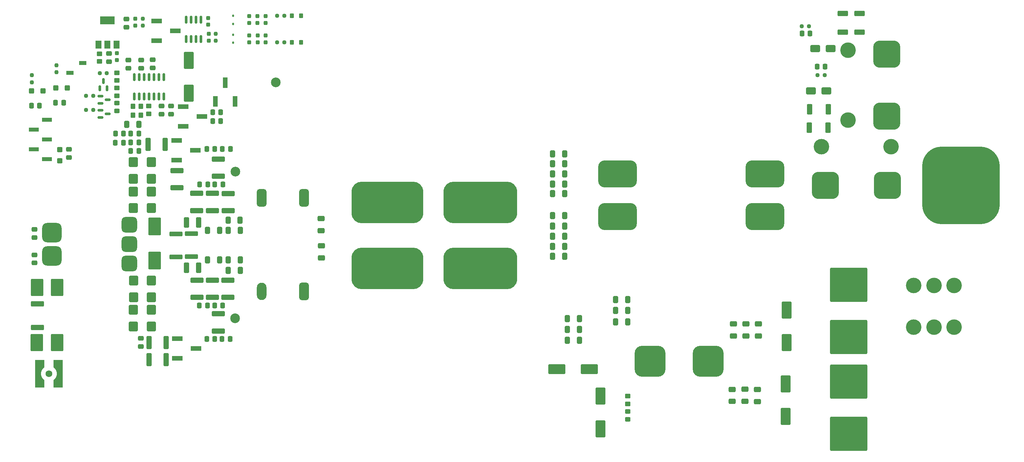
<source format=gbr>
%TF.GenerationSoftware,KiCad,Pcbnew,7.0.10*%
%TF.CreationDate,2024-05-11T12:39:29+02:00*%
%TF.ProjectId,Forte_PA_Deck,466f7274-655f-4504-915f-4465636b2e6b,1.0*%
%TF.SameCoordinates,Original*%
%TF.FileFunction,Paste,Top*%
%TF.FilePolarity,Positive*%
%FSLAX46Y46*%
G04 Gerber Fmt 4.6, Leading zero omitted, Abs format (unit mm)*
G04 Created by KiCad (PCBNEW 7.0.10) date 2024-05-11 12:39:29*
%MOMM*%
%LPD*%
G01*
G04 APERTURE LIST*
G04 Aperture macros list*
%AMRoundRect*
0 Rectangle with rounded corners*
0 $1 Rounding radius*
0 $2 $3 $4 $5 $6 $7 $8 $9 X,Y pos of 4 corners*
0 Add a 4 corners polygon primitive as box body*
4,1,4,$2,$3,$4,$5,$6,$7,$8,$9,$2,$3,0*
0 Add four circle primitives for the rounded corners*
1,1,$1+$1,$2,$3*
1,1,$1+$1,$4,$5*
1,1,$1+$1,$6,$7*
1,1,$1+$1,$8,$9*
0 Add four rect primitives between the rounded corners*
20,1,$1+$1,$2,$3,$4,$5,0*
20,1,$1+$1,$4,$5,$6,$7,0*
20,1,$1+$1,$6,$7,$8,$9,0*
20,1,$1+$1,$8,$9,$2,$3,0*%
%AMFreePoly0*
4,1,25,-1.500000,1.420000,-1.360000,1.280000,-1.205000,1.155000,-1.035000,1.045000,-0.860000,0.950000,-0.675000,0.875000,-0.480000,0.820000,-0.280000,0.780000,-0.085000,0.765000,0.085000,0.765000,0.280000,0.780000,0.480000,0.820000,0.675000,0.875000,0.860000,0.950000,1.035000,1.045000,1.205000,1.155000,1.360000,1.280000,1.500000,1.420000,1.645000,1.595000,3.555000,1.595000,
3.555000,-0.755000,-3.555000,-0.755000,-3.555000,1.595000,-1.645000,1.595000,-1.500000,1.420000,-1.500000,1.420000,$1*%
G04 Aperture macros list end*
%ADD10RoundRect,0.250000X0.900000X-1.000000X0.900000X1.000000X-0.900000X1.000000X-0.900000X-1.000000X0*%
%ADD11RoundRect,0.250000X-0.337500X-0.475000X0.337500X-0.475000X0.337500X0.475000X-0.337500X0.475000X0*%
%ADD12RoundRect,0.112500X-0.112500X0.187500X-0.112500X-0.187500X0.112500X-0.187500X0.112500X0.187500X0*%
%ADD13RoundRect,0.250000X0.337500X0.475000X-0.337500X0.475000X-0.337500X-0.475000X0.337500X-0.475000X0*%
%ADD14RoundRect,0.250000X-0.650000X0.412500X-0.650000X-0.412500X0.650000X-0.412500X0.650000X0.412500X0*%
%ADD15C,4.000000*%
%ADD16R,2.510000X1.000000*%
%ADD17R,2.790000X1.190000*%
%ADD18RoundRect,0.237500X-0.237500X0.300000X-0.237500X-0.300000X0.237500X-0.300000X0.237500X0.300000X0*%
%ADD19RoundRect,1.750000X-1.750000X-1.750000X1.750000X-1.750000X1.750000X1.750000X-1.750000X1.750000X0*%
%ADD20RoundRect,0.250000X-0.450000X0.350000X-0.450000X-0.350000X0.450000X-0.350000X0.450000X0.350000X0*%
%ADD21RoundRect,0.249999X0.450001X1.075001X-0.450001X1.075001X-0.450001X-1.075001X0.450001X-1.075001X0*%
%ADD22RoundRect,0.249999X1.425001X-0.450001X1.425001X0.450001X-1.425001X0.450001X-1.425001X-0.450001X0*%
%ADD23RoundRect,0.250000X1.950000X1.000000X-1.950000X1.000000X-1.950000X-1.000000X1.950000X-1.000000X0*%
%ADD24RoundRect,0.237500X-0.250000X-0.237500X0.250000X-0.237500X0.250000X0.237500X-0.250000X0.237500X0*%
%ADD25RoundRect,0.250000X-1.000000X1.950000X-1.000000X-1.950000X1.000000X-1.950000X1.000000X1.950000X0*%
%ADD26RoundRect,0.250000X-0.475000X0.337500X-0.475000X-0.337500X0.475000X-0.337500X0.475000X0.337500X0*%
%ADD27RoundRect,0.250000X0.400000X0.450000X-0.400000X0.450000X-0.400000X-0.450000X0.400000X-0.450000X0*%
%ADD28RoundRect,0.250000X-0.412500X-0.650000X0.412500X-0.650000X0.412500X0.650000X-0.412500X0.650000X0*%
%ADD29RoundRect,0.250000X-1.450000X0.400000X-1.450000X-0.400000X1.450000X-0.400000X1.450000X0.400000X0*%
%ADD30RoundRect,0.150000X0.150000X-0.825000X0.150000X0.825000X-0.150000X0.825000X-0.150000X-0.825000X0*%
%ADD31R,1.190000X2.790000*%
%ADD32RoundRect,0.237500X0.237500X-0.250000X0.237500X0.250000X-0.237500X0.250000X-0.237500X-0.250000X0*%
%ADD33RoundRect,0.250000X-1.000000X-0.650000X1.000000X-0.650000X1.000000X0.650000X-1.000000X0.650000X0*%
%ADD34C,2.500000*%
%ADD35RoundRect,0.250000X-1.350000X-1.975000X1.350000X-1.975000X1.350000X1.975000X-1.350000X1.975000X0*%
%ADD36RoundRect,0.250000X1.450000X-0.400000X1.450000X0.400000X-1.450000X0.400000X-1.450000X-0.400000X0*%
%ADD37R,1.500000X2.000000*%
%ADD38R,3.800000X2.000000*%
%ADD39RoundRect,0.250000X1.400000X2.000000X-1.400000X2.000000X-1.400000X-2.000000X1.400000X-2.000000X0*%
%ADD40RoundRect,0.625000X0.625000X1.625000X-0.625000X1.625000X-0.625000X-1.625000X0.625000X-1.625000X0*%
%ADD41O,2.500000X4.500000*%
%ADD42RoundRect,0.250000X-0.400000X-1.450000X0.400000X-1.450000X0.400000X1.450000X-0.400000X1.450000X0*%
%ADD43RoundRect,0.237500X0.237500X-0.300000X0.237500X0.300000X-0.237500X0.300000X-0.237500X-0.300000X0*%
%ADD44RoundRect,0.250000X0.650000X-0.412500X0.650000X0.412500X-0.650000X0.412500X-0.650000X-0.412500X0*%
%ADD45RoundRect,2.687500X-6.562500X2.687500X-6.562500X-2.687500X6.562500X-2.687500X6.562500X2.687500X0*%
%ADD46RoundRect,2.687500X-6.812500X2.687500X-6.812500X-2.687500X6.812500X-2.687500X6.812500X2.687500X0*%
%ADD47RoundRect,2.687500X6.562500X-2.687500X6.562500X2.687500X-6.562500X2.687500X-6.562500X-2.687500X0*%
%ADD48RoundRect,2.687500X6.812500X-2.687500X6.812500X2.687500X-6.812500X2.687500X-6.812500X-2.687500X0*%
%ADD49RoundRect,0.250000X0.412500X0.650000X-0.412500X0.650000X-0.412500X-0.650000X0.412500X-0.650000X0*%
%ADD50RoundRect,1.250000X-1.250000X-1.250000X1.250000X-1.250000X1.250000X1.250000X-1.250000X1.250000X0*%
%ADD51RoundRect,1.000000X-1.000000X-1.000000X1.000000X-1.000000X1.000000X1.000000X-1.000000X1.000000X0*%
%ADD52RoundRect,0.250000X-0.900000X1.000000X-0.900000X-1.000000X0.900000X-1.000000X0.900000X1.000000X0*%
%ADD53C,1.730000*%
%ADD54FreePoly0,270.000000*%
%ADD55FreePoly0,90.000000*%
%ADD56RoundRect,0.237500X0.250000X0.237500X-0.250000X0.237500X-0.250000X-0.237500X0.250000X-0.237500X0*%
%ADD57RoundRect,0.250000X1.000000X0.650000X-1.000000X0.650000X-1.000000X-0.650000X1.000000X-0.650000X0*%
%ADD58RoundRect,0.249999X-1.075001X0.450001X-1.075001X-0.450001X1.075001X-0.450001X1.075001X0.450001X0*%
%ADD59RoundRect,0.249999X4.550001X-4.150001X4.550001X4.150001X-4.550001X4.150001X-4.550001X-4.150001X0*%
%ADD60RoundRect,0.250000X0.475000X-0.337500X0.475000X0.337500X-0.475000X0.337500X-0.475000X-0.337500X0*%
%ADD61RoundRect,1.750000X-1.750000X1.750000X-1.750000X-1.750000X1.750000X-1.750000X1.750000X1.750000X0*%
%ADD62RoundRect,0.250000X0.275000X0.350000X-0.275000X0.350000X-0.275000X-0.350000X0.275000X-0.350000X0*%
%ADD63RoundRect,0.150000X0.150000X-0.587500X0.150000X0.587500X-0.150000X0.587500X-0.150000X-0.587500X0*%
%ADD64RoundRect,0.250000X-0.350000X-0.450000X0.350000X-0.450000X0.350000X0.450000X-0.350000X0.450000X0*%
%ADD65RoundRect,0.250000X-0.412500X-1.100000X0.412500X-1.100000X0.412500X1.100000X-0.412500X1.100000X0*%
%ADD66RoundRect,0.250000X1.000000X-1.950000X1.000000X1.950000X-1.000000X1.950000X-1.000000X-1.950000X0*%
%ADD67RoundRect,0.250000X0.400000X1.450000X-0.400000X1.450000X-0.400000X-1.450000X0.400000X-1.450000X0*%
%ADD68RoundRect,2.000000X2.000000X2.000000X-2.000000X2.000000X-2.000000X-2.000000X2.000000X-2.000000X0*%
%ADD69RoundRect,0.237500X-0.237500X0.250000X-0.237500X-0.250000X0.237500X-0.250000X0.237500X0.250000X0*%
%ADD70R,1.900000X1.000000*%
%ADD71RoundRect,0.250000X0.450000X-0.400000X0.450000X0.400000X-0.450000X0.400000X-0.450000X-0.400000X0*%
%ADD72RoundRect,0.250000X-1.425000X0.362500X-1.425000X-0.362500X1.425000X-0.362500X1.425000X0.362500X0*%
%ADD73RoundRect,0.625000X-0.625000X-1.625000X0.625000X-1.625000X0.625000X1.625000X-0.625000X1.625000X0*%
%ADD74RoundRect,0.150000X-0.587500X-0.150000X0.587500X-0.150000X0.587500X0.150000X-0.587500X0.150000X0*%
%ADD75RoundRect,0.250000X0.450000X-0.350000X0.450000X0.350000X-0.450000X0.350000X-0.450000X-0.350000X0*%
%ADD76RoundRect,1.500000X-1.500000X-2.000000X1.500000X-2.000000X1.500000X2.000000X-1.500000X2.000000X0*%
%ADD77RoundRect,5.000000X-5.000000X-5.000000X5.000000X-5.000000X5.000000X5.000000X-5.000000X5.000000X0*%
%ADD78RoundRect,0.112500X0.112500X-0.187500X0.112500X0.187500X-0.112500X0.187500X-0.112500X-0.187500X0*%
%ADD79RoundRect,0.250000X0.450000X-0.325000X0.450000X0.325000X-0.450000X0.325000X-0.450000X-0.325000X0*%
%ADD80RoundRect,0.249999X-4.550001X4.150001X-4.550001X-4.150001X4.550001X-4.150001X4.550001X4.150001X0*%
%ADD81RoundRect,1.750000X-3.250000X1.750000X-3.250000X-1.750000X3.250000X-1.750000X3.250000X1.750000X0*%
G04 APERTURE END LIST*
D10*
%TO.C,D7*%
X60150000Y-86500000D03*
X60150000Y-82200000D03*
%TD*%
D11*
%TO.C,R41*%
X78462500Y-71250000D03*
X80537500Y-71250000D03*
%TD*%
D12*
%TO.C,D201*%
X81229200Y-36872200D03*
X81229200Y-38972200D03*
%TD*%
D13*
%TO.C,C40*%
X230018500Y-41452800D03*
X227943500Y-41452800D03*
%TD*%
D14*
%TO.C,R4*%
X216450000Y-133287500D03*
X216450000Y-136412500D03*
%TD*%
D15*
%TO.C,J3*%
X256790000Y-106400000D03*
X256790000Y-117200000D03*
X262000000Y-106400000D03*
X262000000Y-117200000D03*
X267210000Y-106400000D03*
X267210000Y-117200000D03*
%TD*%
D16*
%TO.C,J5*%
X33200000Y-73870000D03*
X29890000Y-71330000D03*
X33200000Y-68790000D03*
X29890000Y-66250000D03*
X33200000Y-63710000D03*
%TD*%
D17*
%TO.C,RV7*%
X66870000Y-120160000D03*
X71700000Y-122700000D03*
X66870000Y-125240000D03*
%TD*%
D18*
%TO.C,C49*%
X75000000Y-41537500D03*
X75000000Y-43262500D03*
%TD*%
%TO.C,C203*%
X89662000Y-36959200D03*
X89662000Y-38684200D03*
%TD*%
D19*
%TO.C,L7*%
X249850000Y-62750000D03*
X249850000Y-46750000D03*
D15*
X239850000Y-45750000D03*
X239850000Y-63750000D03*
%TD*%
D20*
%TO.C,R36*%
X59475000Y-60150000D03*
X59475000Y-62150000D03*
%TD*%
D13*
%TO.C,C63*%
X52987500Y-67250000D03*
X50912500Y-67250000D03*
%TD*%
D21*
%TO.C,R20*%
X234650000Y-65750000D03*
X229850000Y-65750000D03*
%TD*%
D22*
%TO.C,R2*%
X30750000Y-117250000D03*
X30750000Y-111150000D03*
%TD*%
D23*
%TO.C,C19*%
X173150000Y-128000000D03*
X164750000Y-128000000D03*
%TD*%
D24*
%TO.C,R201*%
X92612200Y-36856500D03*
X94437200Y-36856500D03*
%TD*%
D25*
%TO.C,C51*%
X69800000Y-48400000D03*
X69800000Y-56800000D03*
%TD*%
D26*
%TO.C,C39*%
X49250000Y-46612500D03*
X49250000Y-48687500D03*
%TD*%
D27*
%TO.C,D12*%
X32200000Y-56250000D03*
X29300000Y-56250000D03*
%TD*%
D28*
%TO.C,C24*%
X163635000Y-77620000D03*
X166760000Y-77620000D03*
%TD*%
D29*
%TO.C,R43*%
X77450000Y-73825000D03*
X77450000Y-78275000D03*
%TD*%
D30*
%TO.C,U5*%
X55800000Y-57650000D03*
X57070000Y-57650000D03*
X58340000Y-57650000D03*
X59610000Y-57650000D03*
X60880000Y-57650000D03*
X62150000Y-57650000D03*
X63420000Y-57650000D03*
X63420000Y-52700000D03*
X62150000Y-52700000D03*
X60880000Y-52700000D03*
X59610000Y-52700000D03*
X58340000Y-52700000D03*
X57070000Y-52700000D03*
X55800000Y-52700000D03*
%TD*%
D11*
%TO.C,C59*%
X75962500Y-61750000D03*
X78037500Y-61750000D03*
%TD*%
D29*
%TO.C,R45*%
X75900000Y-82675000D03*
X75900000Y-87125000D03*
%TD*%
D28*
%TO.C,C33*%
X179882500Y-110100000D03*
X183007500Y-110100000D03*
%TD*%
D13*
%TO.C,C62*%
X52950000Y-69575000D03*
X50875000Y-69575000D03*
%TD*%
D27*
%TO.C,D13*%
X38450000Y-55500000D03*
X35550000Y-55500000D03*
%TD*%
D31*
%TO.C,RV5*%
X76660000Y-58915000D03*
X79200000Y-54085000D03*
X81740000Y-58915000D03*
%TD*%
D32*
%TO.C,R27*%
X76750000Y-43312500D03*
X76750000Y-41487500D03*
%TD*%
D17*
%TO.C,RV6*%
X66650000Y-69020000D03*
X71480000Y-71560000D03*
X66650000Y-74100000D03*
%TD*%
D33*
%TO.C,D14*%
X231325000Y-45300000D03*
X235325000Y-45300000D03*
%TD*%
D34*
%TO.C,TH1*%
X92210000Y-54000000D03*
%TD*%
D35*
%TO.C,R3*%
X30674000Y-106934000D03*
X35874000Y-106934000D03*
%TD*%
D28*
%TO.C,C25*%
X163637500Y-82750000D03*
X166762500Y-82750000D03*
%TD*%
D36*
%TO.C,R49*%
X75900000Y-109525000D03*
X75900000Y-105075000D03*
%TD*%
D37*
%TO.C,U1*%
X46550000Y-44325000D03*
X48850000Y-44325000D03*
D38*
X48850000Y-38025000D03*
D37*
X51150000Y-44325000D03*
%TD*%
D30*
%TO.C,U4*%
X69140000Y-42825000D03*
X70410000Y-42825000D03*
X71680000Y-42825000D03*
X72950000Y-42825000D03*
X72950000Y-37875000D03*
X71680000Y-37875000D03*
X70410000Y-37875000D03*
X69140000Y-37875000D03*
%TD*%
D17*
%TO.C,RV4*%
X68335000Y-60300000D03*
X73165000Y-62840000D03*
X68335000Y-65380000D03*
%TD*%
D28*
%TO.C,R10*%
X79987500Y-99800000D03*
X83112500Y-99800000D03*
%TD*%
D34*
%TO.C,TH3*%
X81750000Y-114900000D03*
%TD*%
D10*
%TO.C,D8*%
X60200000Y-109450000D03*
X60200000Y-105150000D03*
%TD*%
D28*
%TO.C,C26*%
X163637500Y-80250000D03*
X166762500Y-80250000D03*
%TD*%
D39*
%TO.C,D5*%
X61000000Y-100000000D03*
X61000000Y-91200000D03*
%TD*%
D28*
%TO.C,C22*%
X163637500Y-72500000D03*
X166762500Y-72500000D03*
%TD*%
D10*
%TO.C,D1*%
X55500000Y-78900000D03*
X55500000Y-74600000D03*
%TD*%
D40*
%TO.C,Q2*%
X99500000Y-108000000D03*
D41*
X88600000Y-108000000D03*
%TD*%
D42*
%TO.C,R37*%
X59290000Y-70060000D03*
X63740000Y-70060000D03*
%TD*%
D28*
%TO.C,C58*%
X53834900Y-64897000D03*
X56959900Y-64897000D03*
%TD*%
D20*
%TO.C,R33*%
X51250000Y-51550000D03*
X51250000Y-53550000D03*
%TD*%
D11*
%TO.C,C70*%
X76512500Y-80375000D03*
X78587500Y-80375000D03*
%TD*%
D28*
%TO.C,R9*%
X79987500Y-102550000D03*
X83112500Y-102550000D03*
%TD*%
D26*
%TO.C,C2*%
X30000000Y-91962500D03*
X30000000Y-94037500D03*
%TD*%
D25*
%TO.C,C18*%
X176000000Y-135000000D03*
X176000000Y-143400000D03*
%TD*%
D43*
%TO.C,C204*%
X85369400Y-43662600D03*
X85369400Y-41937600D03*
%TD*%
D36*
%TO.C,R44*%
X77400000Y-118175000D03*
X77400000Y-113725000D03*
%TD*%
D11*
%TO.C,C67*%
X78400000Y-120200000D03*
X80475000Y-120200000D03*
%TD*%
D44*
%TO.C,C16*%
X210300000Y-119462500D03*
X210300000Y-116337500D03*
%TD*%
D43*
%TO.C,C205*%
X87558400Y-43662600D03*
X87558400Y-41937600D03*
%TD*%
D45*
%TO.C,T1*%
X121000000Y-85000000D03*
D46*
X145000000Y-85000000D03*
D47*
X121000000Y-102000000D03*
D48*
X145000000Y-102000000D03*
%TD*%
D49*
%TO.C,C32*%
X170562500Y-115000000D03*
X167437500Y-115000000D03*
%TD*%
D50*
%TO.C,L1*%
X34500000Y-98787500D03*
D51*
X54500000Y-95787500D03*
D50*
X34500000Y-92787500D03*
D51*
X54500000Y-90787500D03*
X54500000Y-100787500D03*
%TD*%
D52*
%TO.C,D2*%
X55500000Y-82200000D03*
X55500000Y-86500000D03*
%TD*%
D43*
%TO.C,C206*%
X89636600Y-43686900D03*
X89636600Y-41961900D03*
%TD*%
D28*
%TO.C,R7*%
X79937500Y-89550000D03*
X83062500Y-89550000D03*
%TD*%
D36*
%TO.C,R50*%
X79900000Y-109525000D03*
X79900000Y-105075000D03*
%TD*%
D53*
%TO.C,J1*%
X33775000Y-129175000D03*
D54*
X30975000Y-129175000D03*
D55*
X36575000Y-129175000D03*
%TD*%
D18*
%TO.C,C202*%
X87528400Y-36959200D03*
X87528400Y-38684200D03*
%TD*%
D52*
%TO.C,D9*%
X60200000Y-112700000D03*
X60200000Y-117000000D03*
%TD*%
D29*
%TO.C,R47*%
X79950000Y-82700000D03*
X79950000Y-87150000D03*
%TD*%
D28*
%TO.C,C27*%
X163637500Y-98900000D03*
X166762500Y-98900000D03*
%TD*%
D20*
%TO.C,R13*%
X183000000Y-135000000D03*
X183000000Y-137000000D03*
%TD*%
D56*
%TO.C,R19*%
X229715700Y-39547800D03*
X227890700Y-39547800D03*
%TD*%
D49*
%TO.C,C20*%
X170562500Y-120550000D03*
X167437500Y-120550000D03*
%TD*%
D11*
%TO.C,C61*%
X54837500Y-69500000D03*
X56912500Y-69500000D03*
%TD*%
D25*
%TO.C,C6*%
X223750000Y-131800000D03*
X223750000Y-140200000D03*
%TD*%
D57*
%TO.C,D15*%
X234225000Y-56250000D03*
X230225000Y-56250000D03*
%TD*%
D18*
%TO.C,C41*%
X51250000Y-46537500D03*
X51250000Y-48262500D03*
%TD*%
D56*
%TO.C,R22*%
X233812500Y-52200000D03*
X231987500Y-52200000D03*
%TD*%
D14*
%TO.C,C17*%
X209950000Y-133237500D03*
X209950000Y-136362500D03*
%TD*%
D58*
%TO.C,R18*%
X238475000Y-36275000D03*
X238475000Y-41075000D03*
%TD*%
D11*
%TO.C,C37*%
X29237500Y-60000000D03*
X31312500Y-60000000D03*
%TD*%
D28*
%TO.C,C34*%
X179875000Y-112900000D03*
X183000000Y-112900000D03*
%TD*%
D59*
%TO.C,C3*%
X240000000Y-119750000D03*
X240000000Y-106250000D03*
%TD*%
D17*
%TO.C,RV3*%
X61495000Y-38160000D03*
X66325000Y-40700000D03*
X61495000Y-43240000D03*
%TD*%
D35*
%TO.C,R1*%
X30650000Y-121158000D03*
X35850000Y-121158000D03*
%TD*%
D44*
%TO.C,C13*%
X213500000Y-119467500D03*
X213500000Y-116342500D03*
%TD*%
D20*
%TO.C,R32*%
X51250000Y-55500000D03*
X51250000Y-57500000D03*
%TD*%
D60*
%TO.C,C52*%
X54250000Y-50350000D03*
X54250000Y-48275000D03*
%TD*%
D58*
%TO.C,R17*%
X242750000Y-36275000D03*
X242750000Y-41075000D03*
%TD*%
D26*
%TO.C,C56*%
X62750000Y-60162500D03*
X62750000Y-62237500D03*
%TD*%
D13*
%TO.C,R42*%
X76537500Y-120200000D03*
X74462500Y-120200000D03*
%TD*%
D61*
%TO.C,L8*%
X233950000Y-80600000D03*
X249950000Y-80600000D03*
D15*
X250950000Y-70600000D03*
X232950000Y-70600000D03*
%TD*%
D62*
%TO.C,L202*%
X98736800Y-43689100D03*
X96436800Y-43689100D03*
%TD*%
D10*
%TO.C,D4*%
X55500000Y-117000000D03*
X55500000Y-112700000D03*
%TD*%
D63*
%TO.C,Q5*%
X46850000Y-55537500D03*
X48750000Y-55537500D03*
X47800000Y-53662500D03*
%TD*%
D13*
%TO.C,C66*%
X76537500Y-71250000D03*
X74462500Y-71250000D03*
%TD*%
D44*
%TO.C,C15*%
X104000000Y-99312500D03*
X104000000Y-96187500D03*
%TD*%
D64*
%TO.C,R35*%
X55450000Y-62500000D03*
X57450000Y-62500000D03*
%TD*%
D65*
%TO.C,C8*%
X69187500Y-101850000D03*
X72312500Y-101850000D03*
%TD*%
D13*
%TO.C,C42*%
X233937500Y-49950000D03*
X231862500Y-49950000D03*
%TD*%
D56*
%TO.C,R31*%
X48662500Y-51700000D03*
X46837500Y-51700000D03*
%TD*%
D66*
%TO.C,C5*%
X224000000Y-121200000D03*
X224000000Y-112800000D03*
%TD*%
D67*
%TO.C,R40*%
X64010000Y-125550000D03*
X59560000Y-125550000D03*
%TD*%
D26*
%TO.C,C64*%
X57435000Y-120112500D03*
X57435000Y-122187500D03*
%TD*%
D21*
%TO.C,R21*%
X234725000Y-61000000D03*
X229925000Y-61000000D03*
%TD*%
D28*
%TO.C,C31*%
X163637500Y-96350000D03*
X166762500Y-96350000D03*
%TD*%
D65*
%TO.C,C7*%
X69187500Y-90150000D03*
X72312500Y-90150000D03*
%TD*%
D68*
%TO.C,L3*%
X203750000Y-126000000D03*
X188750000Y-126000000D03*
%TD*%
D52*
%TO.C,D3*%
X55550000Y-105150000D03*
X55550000Y-109450000D03*
%TD*%
D69*
%TO.C,R28*%
X58000000Y-37587500D03*
X58000000Y-39412500D03*
%TD*%
D44*
%TO.C,C12*%
X216700000Y-119462500D03*
X216700000Y-116337500D03*
%TD*%
D70*
%TO.C,J2*%
X42500000Y-49000000D03*
X39200000Y-51540000D03*
%TD*%
D60*
%TO.C,C54*%
X60500000Y-50287500D03*
X60500000Y-48212500D03*
%TD*%
D52*
%TO.C,D6*%
X60200000Y-74600000D03*
X60200000Y-78900000D03*
%TD*%
D26*
%TO.C,C55*%
X65250000Y-60162500D03*
X65250000Y-62237500D03*
%TD*%
D28*
%TO.C,C28*%
X163637500Y-88400000D03*
X166762500Y-88400000D03*
%TD*%
D14*
%TO.C,C9*%
X213200000Y-133232500D03*
X213200000Y-136357500D03*
%TD*%
D64*
%TO.C,R34*%
X55450000Y-60250000D03*
X57450000Y-60250000D03*
%TD*%
D71*
%TO.C,D10*%
X36575000Y-74250000D03*
X36575000Y-71350000D03*
%TD*%
D72*
%TO.C,R5*%
X70500000Y-93037500D03*
X70500000Y-98962500D03*
%TD*%
D73*
%TO.C,Q1*%
X88600000Y-83800000D03*
X99500000Y-83800000D03*
%TD*%
D29*
%TO.C,R46*%
X71850000Y-82650000D03*
X71850000Y-87100000D03*
%TD*%
D28*
%TO.C,C30*%
X163637500Y-93750000D03*
X166762500Y-93750000D03*
%TD*%
D24*
%TO.C,R29*%
X43337500Y-57500000D03*
X45162500Y-57500000D03*
%TD*%
D36*
%TO.C,R48*%
X71900000Y-109525000D03*
X71900000Y-105075000D03*
%TD*%
D34*
%TO.C,TH2*%
X81800000Y-77100000D03*
%TD*%
D60*
%TO.C,C1*%
X30000000Y-100637500D03*
X30000000Y-98562500D03*
%TD*%
D11*
%TO.C,C71*%
X76462500Y-111600000D03*
X78537500Y-111600000D03*
%TD*%
D74*
%TO.C,Q4*%
X47025000Y-61200000D03*
X47025000Y-63100000D03*
X48900000Y-62150000D03*
%TD*%
D75*
%TO.C,R16*%
X46750000Y-48650000D03*
X46750000Y-46650000D03*
%TD*%
D76*
%TO.C,J6*%
X249950000Y-80650000D03*
D77*
X268950000Y-80650000D03*
%TD*%
D11*
%TO.C,C38*%
X35462500Y-59250000D03*
X37537500Y-59250000D03*
%TD*%
D69*
%TO.C,R14*%
X29325000Y-52175000D03*
X29325000Y-54000000D03*
%TD*%
D28*
%TO.C,R8*%
X79950000Y-92200000D03*
X83075000Y-92200000D03*
%TD*%
D49*
%TO.C,C10*%
X77762500Y-92175000D03*
X74637500Y-92175000D03*
%TD*%
D28*
%TO.C,C35*%
X179882500Y-115800000D03*
X183007500Y-115800000D03*
%TD*%
D13*
%TO.C,C68*%
X74687500Y-80375000D03*
X72612500Y-80375000D03*
%TD*%
D24*
%TO.C,R30*%
X43337500Y-61150000D03*
X45162500Y-61150000D03*
%TD*%
D44*
%TO.C,C14*%
X103900000Y-92312500D03*
X103900000Y-89187500D03*
%TD*%
D11*
%TO.C,C60*%
X54850000Y-67275000D03*
X56925000Y-67275000D03*
%TD*%
D28*
%TO.C,C29*%
X163637500Y-91100000D03*
X166762500Y-91100000D03*
%TD*%
D18*
%TO.C,C50*%
X74803000Y-37440700D03*
X74803000Y-39165700D03*
%TD*%
D26*
%TO.C,C43*%
X53750000Y-37712500D03*
X53750000Y-39787500D03*
%TD*%
D62*
%TO.C,L201*%
X98736800Y-36856500D03*
X96436800Y-36856500D03*
%TD*%
D18*
%TO.C,C44*%
X56000000Y-37637500D03*
X56000000Y-39362500D03*
%TD*%
D60*
%TO.C,C53*%
X57500000Y-50350000D03*
X57500000Y-48275000D03*
%TD*%
D28*
%TO.C,C23*%
X163635000Y-75000000D03*
X166760000Y-75000000D03*
%TD*%
D49*
%TO.C,C11*%
X77762500Y-99800000D03*
X74637500Y-99800000D03*
%TD*%
D78*
%TO.C,D202*%
X81229200Y-43823600D03*
X81229200Y-41723600D03*
%TD*%
D74*
%TO.C,Q3*%
X47000000Y-57550000D03*
X47000000Y-59450000D03*
X48875000Y-58500000D03*
%TD*%
D18*
%TO.C,C201*%
X85394800Y-36959200D03*
X85394800Y-38684200D03*
%TD*%
D13*
%TO.C,C65*%
X56937500Y-71750000D03*
X54862500Y-71750000D03*
%TD*%
D26*
%TO.C,C36*%
X38925000Y-71312500D03*
X38925000Y-73387500D03*
%TD*%
D29*
%TO.C,R38*%
X66750000Y-76775000D03*
X66750000Y-81225000D03*
%TD*%
D13*
%TO.C,C69*%
X74637500Y-111600000D03*
X72562500Y-111600000D03*
%TD*%
D69*
%TO.C,R15*%
X35687500Y-49587500D03*
X35687500Y-51412500D03*
%TD*%
D79*
%TO.C,D11*%
X183000000Y-141025000D03*
X183000000Y-138975000D03*
%TD*%
D72*
%TO.C,R6*%
X66500000Y-93137500D03*
X66500000Y-99062500D03*
%TD*%
D49*
%TO.C,C21*%
X170562500Y-117800000D03*
X167437500Y-117800000D03*
%TD*%
D24*
%TO.C,R202*%
X92612200Y-43689100D03*
X94437200Y-43689100D03*
%TD*%
D79*
%TO.C,D16*%
X51250000Y-61425000D03*
X51250000Y-59375000D03*
%TD*%
D80*
%TO.C,C4*%
X240000000Y-131250000D03*
X240000000Y-144750000D03*
%TD*%
D81*
%TO.C,L6*%
X218400000Y-77650000D03*
X180400000Y-77650000D03*
X218400000Y-88650000D03*
X180400000Y-88650000D03*
%TD*%
D42*
%TO.C,R39*%
X59560000Y-121200000D03*
X64010000Y-121200000D03*
%TD*%
D11*
%TO.C,C57*%
X75962500Y-64050000D03*
X78037500Y-64050000D03*
%TD*%
M02*

</source>
